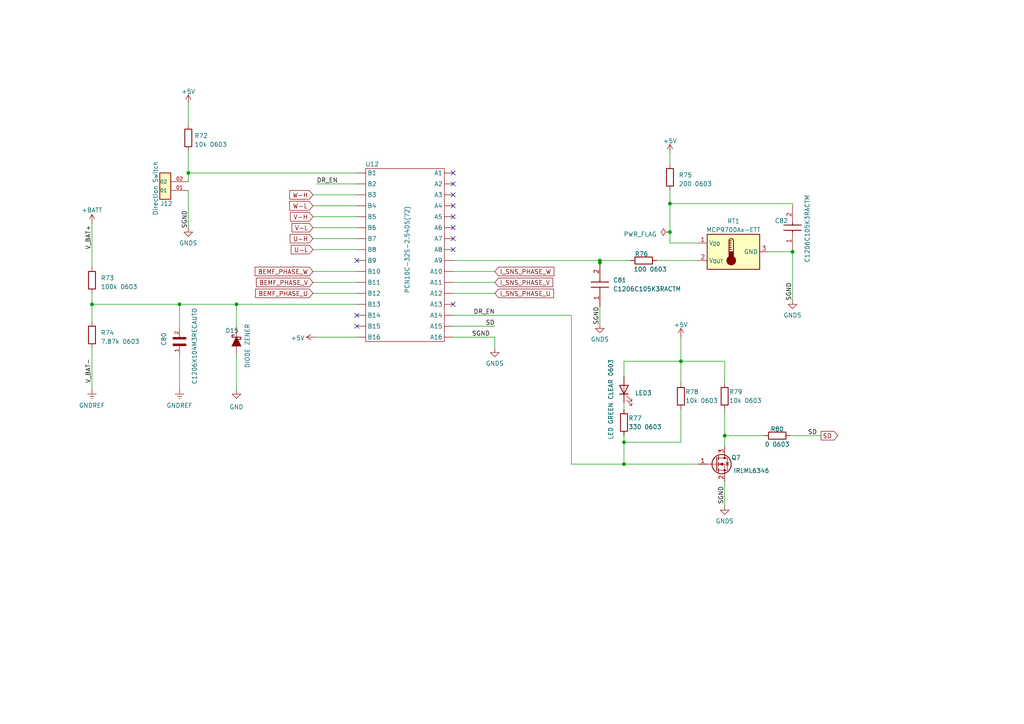
<source format=kicad_sch>
(kicad_sch (version 20231120) (generator "eeschema") (generator_version "8.0")
  (paper "A4")
  (lib_symbols
    (symbol "C1206C105K3RACTM:C1206C105K3RACTM" (pin_names hide)
      (property "Reference" "C" (at 8.89 6.35 0))
      (property "Value" "C1206C105K3RACTM" (at 8.89 3.81 0))
      (symbol "C1206C105K3RACTM_1_1"
        (polyline (pts (xy 5.08 0) (xy 5.588 0)) (stroke (width 0.254)))
        (polyline (pts (xy 5.588 2.54) (xy 5.588 -2.54)) (stroke (width 0.254)))
        (polyline (pts (xy 7.112 0) (xy 7.62 0)) (stroke (width 0.254)))
        (polyline (pts (xy 7.112 2.54) (xy 7.112 -2.54)) (stroke (width 0.254)))
        (pin passive line (at 0 0 0) (length 5.08) (name "1") (number "1"))
        (pin passive line (at 12.7 0 180) (length 5.08) (name "2") (number "2"))
      )
    )
    (symbol "C1206X104M3RECAUTO:C1206X104M3RECAUTO" (pin_names (offset 1.016))
      (property "Reference" "C" (at 0 3.8109 0))
      (property "Value" "C1206X104M3RECAUTO" (at 0 -5.0885 0))
      (symbol "C1206X104M3RECAUTO_0_0"
        (rectangle (start 0 -1.9069) (end 0.635 1.905) (stroke (width 0.1)) (fill (type outline)))
        (rectangle (start 1.9069 -1.9069) (end 2.54 1.905) (stroke (width 0.1)) (fill (type outline)))
        (pin passive line (at -2.54 0 0) (length 2.54) (name "~") (number "1"))
        (pin passive line (at 5.08 0 180) (length 2.54) (name "~") (number "2"))
      )
    )
    (symbol "Device:D_Schottky_Filled" (pin_numbers hide) (pin_names (offset 1.016) hide)
      (property "Reference" "D" (at 0 2.54 0))
      (property "Value" "D_Schottky_Filled" (at 0 -2.54 0))
      (symbol "D_Schottky_Filled_0_1"
        (polyline (pts (xy 1.27 0) (xy -1.27 0)))
        (polyline (pts (xy 1.27 1.27) (xy 1.27 -1.27) (xy -1.27 0) (xy 1.27 1.27)) (stroke (width 0.254)) (fill (type outline)))
        (polyline (pts (xy -1.905 0.635) (xy -1.905 1.27) (xy -1.27 1.27) (xy -1.27 -1.27) (xy -0.635 -1.27) (xy -0.635 -0.635)) (stroke (width 0.254)))
      )
      (symbol "D_Schottky_Filled_1_1"
        (pin passive line (at -3.81 0 0) (length 2.54) (name "K") (number "1"))
        (pin passive line (at 3.81 0 180) (length 2.54) (name "A") (number "2"))
      )
    )
    (symbol "Device:LED" (pin_numbers hide) (pin_names (offset 1.016) hide)
      (property "Reference" "D" (at 0 2.54 0))
      (property "Value" "LED" (at 0 -2.54 0))
      (symbol "LED_0_1"
        (polyline (pts (xy -1.27 -1.27) (xy -1.27 1.27)) (stroke (width 0.254)))
        (polyline (pts (xy -1.27 0) (xy 1.27 0)))
        (polyline (pts (xy 1.27 -1.27) (xy 1.27 1.27) (xy -1.27 0) (xy 1.27 -1.27)) (stroke (width 0.254)))
        (polyline (pts (xy -3.048 -0.762) (xy -4.572 -2.286) (xy -3.81 -2.286) (xy -4.572 -2.286) (xy -4.572 -1.524)))
        (polyline (pts (xy -1.778 -0.762) (xy -3.302 -2.286) (xy -2.54 -2.286) (xy -3.302 -2.286) (xy -3.302 -1.524)))
      )
      (symbol "LED_1_1"
        (pin passive line (at -3.81 0 0) (length 2.54) (name "K") (number "1"))
        (pin passive line (at 3.81 0 180) (length 2.54) (name "A") (number "2"))
      )
    )
    (symbol "Device:R" (pin_numbers hide) (pin_names (offset 0))
      (property "Reference" "R" (at 2.032 0 90))
      (property "Value" "R" (at 0 0 90))
      (symbol "R_0_1"
        (rectangle (start -1.016 -2.54) (end 1.016 2.54) (stroke (width 0.254)))
      )
      (symbol "R_1_1"
        (pin passive line (at 0 3.81 270) (length 1.27) (name "~") (number "1"))
        (pin passive line (at 0 -3.81 90) (length 1.27) (name "~") (number "2"))
      )
    )
    (symbol "PCN10C-32S-2:PCN10C-32S-2.54DS(72)"
      (property "Reference" "U?" (at -9.525 26.035 0))
      (property "Value" "PCN10C-32S-2.54DS(72)" (at 0.889 4.699 90))
      (symbol "PCN10C-32S-2.54DS(72)_0_1"
        (rectangle (start -11.43 24.765) (end 11.43 -25.4))
      )
      (symbol "PCN10C-32S-2.54DS(72)_1_1"
        (pin passive line (at 13.97 23.495 180) (length 2.54) (name "A1") (number ""))
        (pin passive line (at 13.97 -5.08 180) (length 2.54) (name "A10") (number ""))
        (pin passive line (at 13.97 -8.255 180) (length 2.54) (name "A11") (number ""))
        (pin passive line (at 13.97 -11.43 180) (length 2.54) (name "A12") (number ""))
        (pin passive line (at 13.97 -14.605 180) (length 2.54) (name "A13") (number ""))
        (pin passive line (at 13.97 -17.78 180) (length 2.54) (name "A14") (number ""))
        (pin passive line (at 13.97 -20.955 180) (length 2.54) (name "A15") (number ""))
        (pin passive line (at 13.97 -24.13 180) (length 2.54) (name "A16") (number ""))
        (pin passive line (at 13.97 20.32 180) (length 2.54) (name "A2") (number ""))
        (pin passive line (at 13.97 17.145 180) (length 2.54) (name "A3") (number ""))
        (pin passive line (at 13.97 13.97 180) (length 2.54) (name "A4") (number ""))
        (pin passive line (at 13.97 10.795 180) (length 2.54) (name "A5") (number ""))
        (pin passive line (at 13.97 7.62 180) (length 2.54) (name "A6") (number ""))
        (pin passive line (at 13.97 4.445 180) (length 2.54) (name "A7") (number ""))
        (pin passive line (at 13.97 1.27 180) (length 2.54) (name "A8") (number ""))
        (pin passive line (at 13.97 -1.905 180) (length 2.54) (name "A9") (number ""))
        (pin passive line (at -13.97 23.495 0) (length 2.54) (name "B1") (number ""))
        (pin passive line (at -13.97 -5.08 0) (length 2.54) (name "B10") (number ""))
        (pin passive line (at -13.97 -8.255 0) (length 2.54) (name "B11") (number ""))
        (pin passive line (at -13.97 -11.43 0) (length 2.54) (name "B12") (number ""))
        (pin passive line (at -13.97 -14.605 0) (length 2.54) (name "B13") (number ""))
        (pin passive line (at -13.97 -17.78 0) (length 2.54) (name "B14") (number ""))
        (pin passive line (at -13.97 -20.955 0) (length 2.54) (name "B15") (number ""))
        (pin passive line (at -13.97 -24.13 0) (length 2.54) (name "B16") (number ""))
        (pin passive line (at -13.97 20.32 0) (length 2.54) (name "B2") (number ""))
        (pin passive line (at -13.97 17.145 0) (length 2.54) (name "B3") (number ""))
        (pin passive line (at -13.97 13.97 0) (length 2.54) (name "B4") (number ""))
        (pin passive line (at -13.97 10.795 0) (length 2.54) (name "B5") (number ""))
        (pin passive line (at -13.97 7.62 0) (length 2.54) (name "B6") (number ""))
        (pin passive line (at -13.97 4.445 0) (length 2.54) (name "B7") (number ""))
        (pin passive line (at -13.97 1.27 0) (length 2.54) (name "B8") (number ""))
        (pin passive line (at -13.97 -1.905 0) (length 2.54) (name "B9") (number ""))
      )
    )
    (symbol "Sensor_Temperature:MCP9700Ax-ETT"
      (property "Reference" "U?" (at -5.08 6.35 0))
      (property "Value" "MCP9700Ax-ETT" (at 7.62 -6.35 0))
      (symbol "MCP9700Ax-ETT_0_1"
        (rectangle (start -7.62 5.08) (end 7.62 -5.08) (stroke (width 0.254)) (fill (type background)))
        (rectangle (start -1.27 0) (end 0 -1.905) (stroke (width 0.254)) (fill (type outline)))
        (circle (center -0.635 -2.54) (radius 1.27) (stroke (width 0.254)) (fill (type outline)))
        (polyline (pts (xy -1.27 0.635) (xy -0.635 0.635)) (stroke (width 0.254)))
        (polyline (pts (xy -1.27 1.27) (xy -0.635 1.27)) (stroke (width 0.254)))
        (polyline (pts (xy -1.27 1.905) (xy -0.635 1.905)) (stroke (width 0.254)))
        (polyline (pts (xy -1.27 2.54) (xy -0.635 2.54)) (stroke (width 0.254)))
        (polyline (pts (xy -1.27 3.175) (xy -1.27 0)) (stroke (width 0.254)))
        (polyline (pts (xy -1.27 3.175) (xy -0.635 3.175)) (stroke (width 0.254)))
        (polyline (pts (xy 0 3.175) (xy 0 0)) (stroke (width 0.254)))
        (arc (start 0 3.175) (mid -0.635 3.8073) (end -1.27 3.175) (stroke (width 0.254)))
      )
      (symbol "MCP9700Ax-ETT_1_1"
        (pin power_in line (at -10.16 2.54 0) (length 2.54) (name "V_{DD}") (number "1"))
        (pin output line (at -10.16 -2.54 0) (length 2.54) (name "V_{OUT}") (number "2"))
        (pin power_in line (at 10.16 0 180) (length 2.54) (name "GND") (number "3"))
      )
    )
    (symbol "TSW-102-08-L-S:TSW-102-08-L-S" (pin_names (offset 1.016))
      (property "Reference" "J?" (at 0 6.35 0))
      (property "Value" "TSW-102-08-L-S" (at 0 3.81 0))
      (symbol "TSW-102-08-L-S_0_0"
        (rectangle (start -7.62 5.08) (end -4.445 -2.54) (stroke (width 0.254)) (fill (type background)))
        (pin passive line (at -12.7 2.54 0) (length 5.08) (name "01") (number "01"))
        (pin passive line (at -12.7 0 0) (length 5.08) (name "02") (number "02"))
      )
    )
    (symbol "Transistor_FET:IRLML0030" (pin_names hide)
      (property "Reference" "Q" (at 5.08 1.905 0))
      (property "Value" "IRLML0030" (at 5.08 0 0))
      (symbol "IRLML0030_0_1"
        (polyline (pts (xy 0.254 0) (xy -2.54 0)))
        (polyline (pts (xy 0.254 1.905) (xy 0.254 -1.905)) (stroke (width 0.254)))
        (polyline (pts (xy 0.762 -1.27) (xy 0.762 -2.286)) (stroke (width 0.254)))
        (polyline (pts (xy 0.762 0.508) (xy 0.762 -0.508)) (stroke (width 0.254)))
        (polyline (pts (xy 0.762 2.286) (xy 0.762 1.27)) (stroke (width 0.254)))
        (polyline (pts (xy 2.54 2.54) (xy 2.54 1.778)))
        (polyline (pts (xy 2.54 -2.54) (xy 2.54 0) (xy 0.762 0)))
        (polyline (pts (xy 0.762 -1.778) (xy 3.302 -1.778) (xy 3.302 1.778) (xy 0.762 1.778)))
        (polyline (pts (xy 1.016 0) (xy 2.032 0.381) (xy 2.032 -0.381) (xy 1.016 0)) (fill (type outline)))
        (polyline (pts (xy 2.794 0.508) (xy 2.921 0.381) (xy 3.683 0.381) (xy 3.81 0.254)))
        (polyline (pts (xy 3.302 0.381) (xy 2.921 -0.254) (xy 3.683 -0.254) (xy 3.302 0.381)))
        (circle (center 1.651 0) (radius 2.794) (stroke (width 0.254)))
        (circle (center 2.54 -1.778) (radius 0.254) (fill (type outline)))
        (circle (center 2.54 1.778) (radius 0.254) (fill (type outline)))
      )
      (symbol "IRLML0030_1_1"
        (pin input line (at -5.08 0 0) (length 2.54) (name "G") (number "1"))
        (pin passive line (at 2.54 -5.08 90) (length 2.54) (name "S") (number "2"))
        (pin passive line (at 2.54 5.08 270) (length 2.54) (name "D") (number "3"))
      )
    )
    (symbol "power:+5V" (power) (pin_names (offset 0))
      (property "Value" "+5V" (at 0 3.556 0))
      (symbol "+5V_0_1"
        (polyline (pts (xy -0.762 1.27) (xy 0 2.54)))
        (polyline (pts (xy 0 0) (xy 0 2.54)))
        (polyline (pts (xy 0 2.54) (xy 0.762 1.27)))
      )
      (symbol "+5V_1_1"
        (pin power_in line (at 0 0 90) (length 0) hide (name "+5V") (number "1"))
      )
    )
    (symbol "power:+BATT" (power) (pin_names (offset 0))
      (property "Value" "+BATT" (at 0 3.556 0))
      (symbol "+BATT_0_1"
        (polyline (pts (xy -0.762 1.27) (xy 0 2.54)))
        (polyline (pts (xy 0 0) (xy 0 2.54)))
        (polyline (pts (xy 0 2.54) (xy 0.762 1.27)))
      )
      (symbol "+BATT_1_1"
        (pin power_in line (at 0 0 90) (length 0) hide (name "+BATT") (number "1"))
      )
    )
    (symbol "power:GND" (power) (pin_names (offset 0))
      (property "Value" "GND" (at 0 -3.81 0))
      (symbol "GND_0_1"
        (polyline (pts (xy 0 0) (xy 0 -1.27) (xy 1.27 -1.27) (xy 0 -2.54) (xy -1.27 -1.27) (xy 0 -1.27)))
      )
      (symbol "GND_1_1"
        (pin power_in line (at 0 0 270) (length 0) hide (name "GND") (number "1"))
      )
    )
    (symbol "power:GNDREF" (power) (pin_names (offset 0))
      (property "Value" "GNDREF" (at 0 -3.81 0))
      (symbol "GNDREF_0_1"
        (polyline (pts (xy -0.635 -1.905) (xy 0.635 -1.905)))
        (polyline (pts (xy -0.127 -2.54) (xy 0.127 -2.54)))
        (polyline (pts (xy 0 -1.27) (xy 0 0)))
        (polyline (pts (xy 1.27 -1.27) (xy -1.27 -1.27)))
      )
      (symbol "GNDREF_1_1"
        (pin power_in line (at 0 0 270) (length 0) hide (name "GNDREF") (number "1"))
      )
    )
    (symbol "power:GNDS" (power) (pin_names (offset 0))
      (property "Value" "GNDS" (at 0 -3.81 0))
      (symbol "GNDS_0_1"
        (polyline (pts (xy 0 0) (xy 0 -1.27) (xy 1.27 -1.27) (xy 0 -2.54) (xy -1.27 -1.27) (xy 0 -1.27)))
      )
      (symbol "GNDS_1_1"
        (pin power_in line (at 0 0 270) (length 0) hide (name "GNDS") (number "1"))
      )
    )
    (symbol "power:PWR_FLAG" (power) (pin_numbers hide) (pin_names (offset 0) hide)
      (property "Value" "PWR_FLAG" (at 0 3.81 0))
      (symbol "PWR_FLAG_0_0"
        (pin power_out line (at 0 0 90) (length 0) (name "pwr") (number "1"))
      )
      (symbol "PWR_FLAG_0_1"
        (polyline (pts (xy 0 0) (xy 0 1.27) (xy -1.016 1.905) (xy 0 2.54) (xy 1.016 1.905) (xy 0 1.27)))
      )
    )
  )
  (junction (at 229.87 73.025))
  (junction (at 180.975 128.27))
  (junction (at 26.67 88.265))
  (junction (at 194.31 67.31))
  (junction (at 180.975 134.62))
  (junction (at 173.99 75.565))
  (junction (at 194.31 59.055))
  (junction (at 52.07 88.265))
  (junction (at 173.99 76.2))
  (junction (at 197.485 104.775))
  (junction (at 210.185 126.365))
  (junction (at 68.58 88.265))
  (junction (at 54.61 50.165))
  (no_connect (at 131.445 59.69))
  (no_connect (at 131.445 72.39))
  (no_connect (at 131.445 69.215))
  (no_connect (at 103.505 75.565))
  (no_connect (at 131.445 53.34))
  (no_connect (at 131.445 62.865))
  (no_connect (at 131.445 88.265))
  (no_connect (at 131.445 56.515))
  (no_connect (at 103.505 91.44))
  (no_connect (at 131.445 66.04))
  (no_connect (at 131.445 50.165))
  (no_connect (at 103.505 94.615))
  (wire (pts (xy 194.31 59.055) (xy 194.31 55.245)))
  (wire (pts (xy 131.445 78.74) (xy 143.51 78.74)))
  (wire (pts (xy 173.99 76.2) (xy 173.99 75.565)))
  (wire (pts (xy 131.445 91.44) (xy 165.735 91.44)))
  (wire (pts (xy 26.67 64.77) (xy 26.67 77.47)))
  (wire (pts (xy 131.445 81.915) (xy 143.51 81.915)))
  (wire (pts (xy 165.735 91.44) (xy 165.735 134.62)))
  (wire (pts (xy 54.61 50.165) (xy 103.505 50.165)))
  (wire (pts (xy 103.505 81.915) (xy 90.805 81.915)))
  (wire (pts (xy 131.445 97.79) (xy 143.51 97.79)))
  (wire (pts (xy 190.5 75.565) (xy 202.565 75.565)))
  (wire (pts (xy 52.07 88.265) (xy 68.58 88.265)))
  (wire (pts (xy 194.31 44.45) (xy 194.31 47.625)))
  (wire (pts (xy 202.565 134.62) (xy 180.975 134.62)))
  (wire (pts (xy 180.975 116.84) (xy 180.975 118.745)))
  (wire (pts (xy 68.58 88.265) (xy 103.505 88.265)))
  (wire (pts (xy 210.185 126.365) (xy 221.615 126.365)))
  (wire (pts (xy 54.61 50.165) (xy 54.61 43.815)))
  (wire (pts (xy 197.485 128.27) (xy 180.975 128.27)))
  (wire (pts (xy 165.735 134.62) (xy 180.975 134.62)))
  (wire (pts (xy 143.51 97.79) (xy 143.51 100.965)))
  (wire (pts (xy 103.505 59.69) (xy 90.805 59.69)))
  (wire (pts (xy 229.87 59.055) (xy 229.87 59.69)))
  (wire (pts (xy 229.87 73.025) (xy 222.885 73.025)))
  (wire (pts (xy 180.975 128.27) (xy 180.975 134.62)))
  (wire (pts (xy 210.185 118.745) (xy 210.185 126.365)))
  (wire (pts (xy 103.505 85.09) (xy 90.805 85.09)))
  (wire (pts (xy 68.58 88.265) (xy 68.58 95.25)))
  (wire (pts (xy 26.67 85.09) (xy 26.67 88.265)))
  (wire (pts (xy 210.185 104.775) (xy 197.485 104.775)))
  (wire (pts (xy 131.445 94.615) (xy 143.51 94.615)))
  (wire (pts (xy 197.485 104.775) (xy 180.975 104.775)))
  (wire (pts (xy 197.485 97.79) (xy 197.485 104.775)))
  (wire (pts (xy 229.87 72.39) (xy 229.87 73.025)))
  (wire (pts (xy 54.61 55.245) (xy 54.61 66.04)))
  (wire (pts (xy 229.235 126.365) (xy 238.125 126.365)))
  (wire (pts (xy 180.975 104.775) (xy 180.975 109.22)))
  (wire (pts (xy 91.821 53.34) (xy 103.505 53.34)))
  (wire (pts (xy 103.505 66.04) (xy 90.805 66.04)))
  (wire (pts (xy 173.99 88.9) (xy 173.99 93.98)))
  (wire (pts (xy 91.44 97.79) (xy 103.505 97.79)))
  (wire (pts (xy 131.445 75.565) (xy 173.99 75.565)))
  (wire (pts (xy 202.565 70.485) (xy 194.31 70.485)))
  (wire (pts (xy 103.505 78.74) (xy 90.805 78.74)))
  (wire (pts (xy 180.975 126.365) (xy 180.975 128.27)))
  (wire (pts (xy 197.485 118.745) (xy 197.485 128.27)))
  (wire (pts (xy 103.505 56.515) (xy 90.805 56.515)))
  (wire (pts (xy 197.485 111.125) (xy 197.485 104.775)))
  (wire (pts (xy 103.505 72.39) (xy 90.805 72.39)))
  (wire (pts (xy 210.185 139.7) (xy 210.185 146.685)))
  (wire (pts (xy 210.185 111.125) (xy 210.185 104.775)))
  (wire (pts (xy 52.07 88.265) (xy 52.07 95.25)))
  (wire (pts (xy 26.67 100.965) (xy 26.67 113.03)))
  (wire (pts (xy 26.67 88.265) (xy 52.07 88.265)))
  (wire (pts (xy 173.99 76.835) (xy 173.99 76.2)))
  (wire (pts (xy 52.07 102.87) (xy 52.07 113.03)))
  (wire (pts (xy 26.67 88.265) (xy 26.67 93.345)))
  (wire (pts (xy 173.99 75.565) (xy 182.88 75.565)))
  (wire (pts (xy 210.185 126.365) (xy 210.185 129.54)))
  (wire (pts (xy 103.505 69.215) (xy 90.805 69.215)))
  (wire (pts (xy 54.61 30.099) (xy 54.61 36.195)))
  (wire (pts (xy 229.87 73.025) (xy 229.87 86.995)))
  (wire (pts (xy 194.31 67.31) (xy 194.31 59.055)))
  (wire (pts (xy 68.58 102.87) (xy 68.58 113.03)))
  (wire (pts (xy 194.31 59.055) (xy 229.87 59.055)))
  (wire (pts (xy 194.31 70.485) (xy 194.31 67.31)))
  (wire (pts (xy 131.445 85.09) (xy 143.51 85.09)))
  (wire (pts (xy 103.505 62.865) (xy 90.805 62.865)))
  (wire (pts (xy 54.61 50.165) (xy 54.61 52.705)))
  (label "SGND" (at 173.99 88.9 270))
  (label "SGND" (at 210.185 140.97 270))
  (label "V_BAT-" (at 26.67 111.125 90))
  (label "SGND" (at 142.113 97.79 180))
  (label "DR_EN" (at 91.821 53.34 0))
  (label "SD" (at 234.315 126.365 0))
  (label "SGND" (at 229.87 81.915 270))
  (label "SGND" (at 54.61 60.96 270))
  (label "DR_EN" (at 143.51 91.44 180))
  (label "SD" (at 143.51 94.615 180))
  (label "V_BAT+" (at 26.67 72.39 90))
  (global_label "I_SNS_PHASE_W" (shape input) (at 143.51 78.74 0) (property "Intersheetrefs" "${INTERSHEET_REFS}" (effects (hide yes))))
  (global_label "V-H" (shape input) (at 90.805 62.865 180) (effects (font (size 1.3 1.3))) (property "Intersheetrefs" "${INTERSHEET_REFS}" (effects (hide yes))))
  (global_label "W-L" (shape input) (at 90.805 59.69 180) (effects (font (size 1.33 1.33))) (property "Intersheetrefs" "${INTERSHEET_REFS}" (effects (hide yes))))
  (global_label "BEMF_PHASE_V" (shape input) (at 90.805 81.915 180) (property "Intersheetrefs" "${INTERSHEET_REFS}" (effects (hide yes))))
  (global_label "SD" (shape output) (at 238.125 126.365 0) (property "Intersheetrefs" "${INTERSHEET_REFS}" (effects (hide yes))))
  (global_label "BEMF_PHASE_U" (shape input) (at 90.805 85.09 180) (property "Intersheetrefs" "${INTERSHEET_REFS}" (effects (hide yes))))
  (global_label "U-H" (shape input) (at 90.805 69.215 180) (property "Intersheetrefs" "${INTERSHEET_REFS}" (effects (hide yes))))
  (global_label "U-L" (shape input) (at 90.805 72.39 180) (property "Intersheetrefs" "${INTERSHEET_REFS}" (effects (hide yes))))
  (global_label "I_SNS_PHASE_V" (shape input) (at 143.51 81.915 0) (property "Intersheetrefs" "${INTERSHEET_REFS}" (effects (hide yes))))
  (global_label "I_SNS_PHASE_U" (shape input) (at 143.51 85.09 0) (property "Intersheetrefs" "${INTERSHEET_REFS}" (effects (hide yes))))
  (global_label "W-H" (shape input) (at 90.805 56.515 180) (property "Intersheetrefs" "${INTERSHEET_REFS}" (effects (hide yes))))
  (global_label "V-L" (shape input) (at 90.805 66.04 180) (property "Intersheetrefs" "${INTERSHEET_REFS}" (effects (hide yes))))
  (global_label "BEMF_PHASE_W" (shape input) (at 90.805 78.74 180) (property "Intersheetrefs" "${INTERSHEET_REFS}" (effects (hide yes))))
  (symbol (lib_id "Device:LED") (at 180.975 113.03 90) (unit 1)
    (property "Reference" "LED3" (at 184.15 113.9825 90) (effects (justify right)))
    (property "Value" "LED GREEN CLEAR 0603" (at 177.165 104.14 0) (effects (justify right)))
    (property "Footprint" "just-footprints:LEDC1608X80N" (effects (hide yes)))
  )
  (symbol (lib_id "PCN10C-32S-2:PCN10C-32S-2.54DS(72)") (at 117.475 73.66 0) (unit 1)
    (property "Reference" "U12" (at 107.95 47.625 0))
    (property "Value" "PCN10C-32S-2.54DS(72)" (at 118.11 72.39 90))
  )
  (symbol (lib_id "Device:D_Schottky_Filled") (at 68.58 99.06 90) (mirror x) (unit 1)
    (property "Reference" "D15" (at 67.31 95.885 90))
    (property "Value" "DIODE ZENER" (at 71.755 100.33 0))
    (property "Footprint" "Misc-Footprints-1206:D15" (effects (hide yes)))
  )
  (symbol (lib_id "power:GNDS") (at 210.185 146.685 0) (unit 1)
    (property "Reference" "#PWR083" (effects (hide yes)))
    (property "Value" "GNDS" (at 210.185 151.13 0))
  )
  (symbol (lib_id "Device:R") (at 225.425 126.365 270) (unit 1)
    (property "Reference" "R80" (at 225.425 124.46 90))
    (property "Value" "0 0603" (at 225.425 128.905 90))
    (property "Footprint" "Resistor-Footprint:R7" (effects (hide yes)))
  )
  (symbol (lib_id "power:GNDS") (at 173.99 93.98 0) (unit 1)
    (property "Reference" "#PWR079" (effects (hide yes)))
    (property "Value" "GNDS" (at 173.99 98.425 0))
  )
  (symbol (lib_id "power:+BATT") (at 26.67 64.77 0) (unit 1)
    (property "Reference" "#PWR077" (effects (hide yes)))
    (property "Value" "+BATT" (at 26.67 60.96 0))
  )
  (symbol (lib_id "power:GNDREF") (at 52.07 113.03 0) (unit 1)
    (property "Reference" "#PWR09" (effects (hide yes)))
    (property "Value" "GNDREF" (at 52.07 117.602 0))
  )
  (symbol (lib_id "power:GNDS") (at 143.51 100.965 0) (unit 1)
    (property "Reference" "#PWR08" (effects (hide yes)))
    (property "Value" "GNDS" (at 143.51 105.41 0))
  )
  (symbol (lib_id "power:GND") (at 68.58 113.03 0) (unit 1)
    (property "Reference" "#PWR011" (effects (hide yes)))
    (property "Value" "GND" (at 68.58 118.0592 0))
  )
  (symbol (lib_id "Device:R") (at 26.67 81.28 0) (unit 1)
    (property "Reference" "R73" (at 29.21 80.645 0) (effects (justify left)))
    (property "Value" "100k 0603" (at 29.21 83.185 0) (effects (justify left)))
    (property "Footprint" "Resistor-Footprint:R73" (effects (hide yes)))
  )
  (symbol (lib_id "Device:R") (at 194.31 51.435 180) (unit 1)
    (property "Reference" "R75" (at 196.85 50.8 0) (effects (justify right)))
    (property "Value" "200 0603" (at 196.85 53.34 0) (effects (justify right)))
  )
  (symbol (lib_id "Device:R") (at 197.485 114.935 180) (unit 1)
    (property "Reference" "R78" (at 198.755 113.665 0) (effects (justify right)))
    (property "Value" "10k 0603" (at 198.755 116.205 0) (effects (justify right)))
  )
  (symbol (lib_id "power:+5V") (at 54.61 30.099 0) (unit 1)
    (property "Reference" "#PWR06" (effects (hide yes)))
    (property "Value" "+5V" (at 54.61 26.543 0))
  )
  (symbol (lib_id "C1206C105K3RACTM:C1206C105K3RACTM") (at 229.87 72.39 90) (unit 1)
    (property "Reference" "C82" (at 228.6 64.77 90) (effects (justify left top)))
    (property "Value" "C1206C105K3RACTM" (at 233.426 76.2 0) (effects (justify left top)))
    (property "Footprint" "Capacitor-Footprints-1206:C72" (effects (hide yes)))
    (property "Datasheet" "https://content.kemet.com/datasheets/KEM_C1002_X7R_SMD.pdf" (effects (hide yes)))
    (property "Description" "SMD Comm X7R, Ceramic, 1 uF, 10%, 25 VDC, 62.5 VDC, 125C, -55C, X7R, SMD, MLCC, Temperature Stable, Class II, 3.5 % , 500 MOhms, 31 mg, 1206, 3.2mm, 1.6mm, 1.2mm, 0.5mm, 2500, 78  Weeks, 80" (effects (hide yes)))
    (property "Mouser Part Number" "80-C1206C105K3RACTM" (effects (hide yes)))
    (property "Mouser Price/Stock" "https://www.mouser.co.uk/ProductDetail/KEMET/C1206C105K3RACTM?qs=ED%252B2xvMfDz3XPPQCqty55A%3D%3D" (effects (hide yes)))
    (property "Manufacturer_Name" "KEMET" (effects (hide yes)))
    (property "Manufacturer_Part_Number" "C1206C105K3RACTM" (effects (hide yes)))
  )
  (symbol (lib_id "power:+5V") (at 197.485 97.79 0) (unit 1)
    (property "Reference" "#PWR082" (effects (hide yes)))
    (property "Value" "+5V" (at 197.485 94.234 0))
  )
  (symbol (lib_id "power:PWR_FLAG") (at 194.31 67.31 90) (unit 1)
    (property "Reference" "#FLG016" (effects (hide yes)))
    (property "Value" "PWR_FLAG" (at 190.5 67.945 90) (effects (justify left)))
  )
  (symbol (lib_id "Device:R") (at 26.67 97.155 0) (unit 1)
    (property "Reference" "R74" (at 29.21 96.52 0) (effects (justify left)))
    (property "Value" "7.87k 0603" (at 29.21 99.06 0) (effects (justify left)))
  )
  (symbol (lib_id "C1206X104M3RECAUTO:C1206X104M3RECAUTO") (at 52.07 100.33 90) (unit 1)
    (property "Reference" "C80" (at 48.2591 100.33 0) (effects (justify left bottom)))
    (property "Value" "C1206X104M3RECAUTO" (at 57.15 111.506 0) (effects (justify left bottom)))
    (property "Footprint" "Capacitor-Footprints-1206:CAPC3316X140N" (effects (hide yes)))
  )
  (symbol (lib_id "power:+5V") (at 194.31 44.45 0) (unit 1)
    (property "Reference" "#PWR080" (effects (hide yes)))
    (property "Value" "+5V" (at 194.31 40.894 0))
  )
  (symbol (lib_id "Device:R") (at 180.975 122.555 180) (unit 1)
    (property "Reference" "R77" (at 182.245 121.285 0) (effects (justify right)))
    (property "Value" "330 0603" (at 182.245 123.825 0) (effects (justify right)))
  )
  (symbol (lib_id "Transistor_FET:IRLML0030") (at 207.645 134.62 0) (unit 1)
    (property "Reference" "Q7" (at 212.09 132.715 0) (effects (justify left)))
    (property "Value" "IRLML6346" (at 212.725 136.525 0) (effects (justify left)))
    (property "Footprint" "just-footprints:Q8 (1)" (effects (hide yes)))
    (property "Datasheet" "https://www.infineon.com/dgdl/irlml0030pbf.pdf?fileId=5546d462533600a401535664773825df" (effects (hide yes)))
  )
  (symbol (lib_id "TSW-102-08-L-S:TSW-102-08-L-S") (at 41.91 52.705 180) (unit 1)
    (property "Reference" "J12" (at 48.26 59.055 0))
    (property "Value" "Direction Switch" (at 45.085 54.61 90))
    (property "Footprint" "Resistor-Footprint:R5" (effects (hide yes)))
    (property "PARTREV" "R" (effects (hide yes)))
    (property "STANDARD" "Manufacturer Recommendations" (effects (hide yes)))
    (property "MANUFACTURER" "Samtec Inc." (effects (hide yes)))
  )
  (symbol (lib_id "power:GNDS") (at 229.87 86.995 0) (unit 1)
    (property "Reference" "#PWR081" (effects (hide yes)))
    (property "Value" "GNDS" (at 229.87 91.44 0))
  )
  (symbol (lib_id "Device:R") (at 54.61 40.005 0) (unit 1)
    (property "Reference" "R72" (at 56.388 39.37 0) (effects (justify left)))
    (property "Value" "10k 0603" (at 56.388 41.91 0) (effects (justify left)))
    (property "Footprint" "Resistor-Footprint:R72" (effects (hide yes)))
  )
  (symbol (lib_id "Device:R") (at 186.69 75.565 90) (unit 1)
    (property "Reference" "R76" (at 186.055 73.66 90))
    (property "Value" "100 0603" (at 188.595 78.105 90))
  )
  (symbol (lib_id "Device:R") (at 210.185 114.935 180) (unit 1)
    (property "Reference" "R79" (at 211.455 113.665 0) (effects (justify right)))
    (property "Value" "10k 0603" (at 211.455 116.205 0) (effects (justify right)))
  )
  (symbol (lib_id "power:+5V") (at 91.44 97.79 90) (unit 1)
    (property "Reference" "#PWR010" (effects (hide yes)))
    (property "Value" "+5V" (at 88.392 98.044 90) (effects (justify left)))
  )
  (symbol (lib_id "power:GNDREF") (at 26.67 113.03 0) (unit 1)
    (property "Reference" "#PWR07" (effects (hide yes)))
    (property "Value" "GNDREF" (at 26.67 117.602 0))
  )
  (symbol (lib_id "Sensor_Temperature:MCP9700Ax-ETT") (at 212.725 73.025 0) (unit 1)
    (property "Reference" "RT1" (at 212.725 64.135 0))
    (property "Value" "MCP9700Ax-ETT" (at 212.725 66.675 0))
    (property "Footprint" "infineon-library-footprints:MCP9700AT_E_TT" (effects (hide yes)))
    (property "Datasheet" "http://ww1.microchip.com/downloads/en/devicedoc/20001942g.pdf" (effects (hide yes)))
  )
  (symbol (lib_id "power:GNDS") (at 54.61 66.04 0) (unit 1)
    (property "Reference" "#PWR078" (effects (hide yes)))
    (property "Value" "GNDS" (at 54.61 70.485 0))
  )
  (symbol (lib_id "C1206C105K3RACTM:C1206C105K3RACTM") (at 173.99 88.9 90) (unit 1)
    (property "Reference" "C81" (at 177.8 81.2799 90) (effects (justify right)))
    (property "Value" "C1206C105K3RACTM" (at 177.8 83.8199 90) (effects (justify right)))
    (property "Footprint" "Capacitor-Footprints-1206:C72" (effects (hide yes)))
    (property "Datasheet" "https://content.kemet.com/datasheets/KEM_C1002_X7R_SMD.pdf" (effects (hide yes)))
    (property "Description" "SMD Comm X7R, Ceramic, 1 uF, 10%, 25 VDC, 62.5 VDC, 125C, -55C, X7R, SMD, MLCC, Temperature Stable, Class II, 3.5 % , 500 MOhms, 31 mg, 1206, 3.2mm, 1.6mm, 1.2mm, 0.5mm, 2500, 78  Weeks, 80" (effects (hide yes)))
    (property "Mouser Part Number" "80-C1206C105K3RACTM" (effects (hide yes)))
    (property "Mouser Price/Stock" "https://www.mouser.co.uk/ProductDetail/KEMET/C1206C105K3RACTM?qs=ED%252B2xvMfDz3XPPQCqty55A%3D%3D" (effects (hide yes)))
    (property "Manufacturer_Name" "KEMET" (effects (hide yes)))
    (property "Manufacturer_Part_Number" "C1206C105K3RACTM" (effects (hide yes)))
  )
)
</source>
